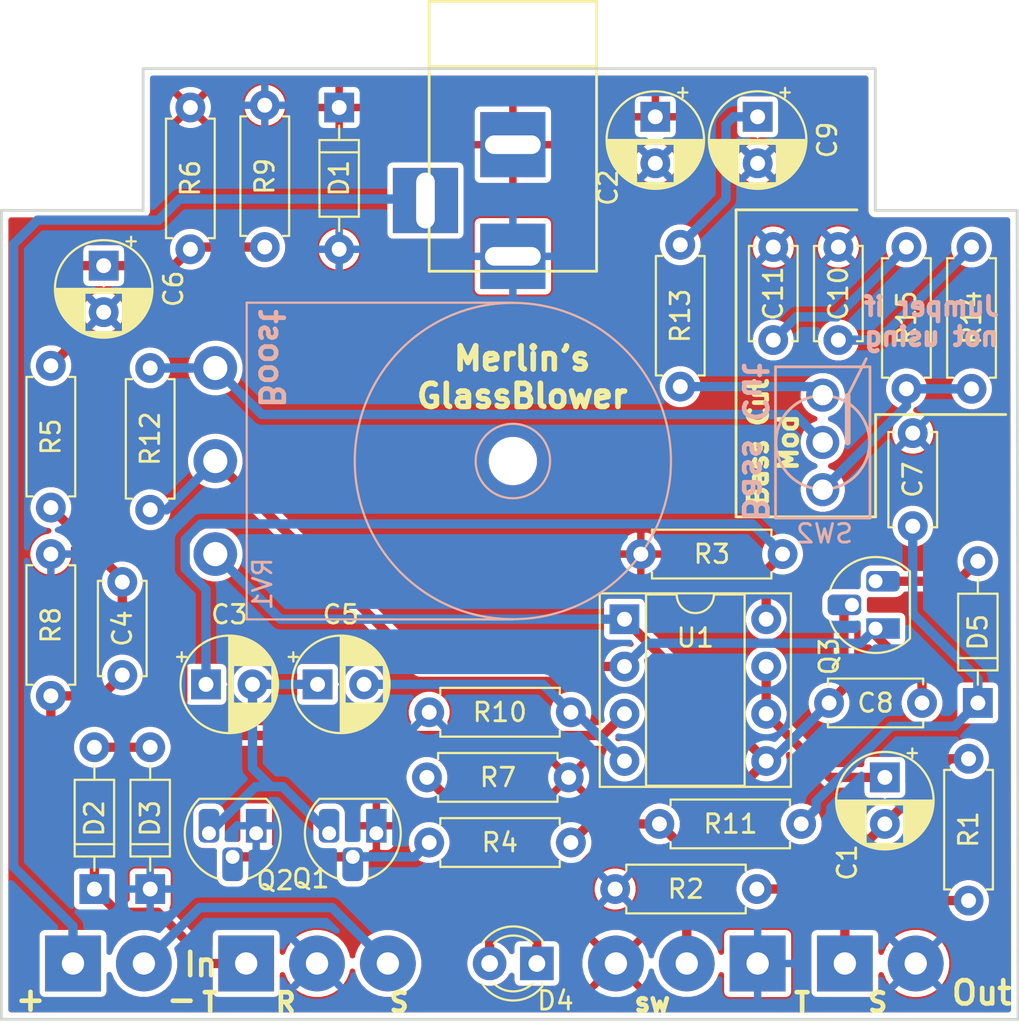
<source format=kicad_pcb>
(kicad_pcb (version 20171130) (host pcbnew "(5.1.5-0-10_14)")
  (layers (0 F.Cu signal) (31 B.Cu signal) (34 B.Paste user) (35 F.Paste user) (36 B.SilkS user) (37 F.SilkS user) (38 B.Mask user) (39 F.Mask user) (44 Edge.Cuts user))
  (net 0 "")
  (net 1 GND)
  (net 2 "Net-(C8-Pad2)")
  (net 3 "Net-(D4-Pad2)")
  (net 4 "Net-(BT1-Pad2)")
  (net 5 "Net-(BT1-Pad1)")
  (net 6 "Net-(C2-Pad1)")
  (net 7 "Net-(C3-Pad1)")
  (net 8 "Net-(C4-Pad1)")
  (net 9 "Net-(C4-Pad2)")
  (net 10 "Net-(D4-Pad1)")
  (net 11 "Net-(D5-Pad2)")
  (net 12 "Net-(C3-Pad2)")
  (net 13 "Net-(C7-Pad1)")
  (net 14 "Net-(C8-Pad1)")
  (net 15 "Net-(C1-Pad1)")
  (net 16 "Net-(C1-Pad2)")
  (net 17 "Net-(C5-Pad2)")
  (net 18 "Net-(C6-Pad1)")
  (net 19 "Net-(C9-Pad1)")
  (net 20 "Net-(C10-Pad1)")
  (net 21 "Net-(C11-Pad1)")
  (net 22 "Net-(D2-Pad2)")
  (net 23 "Net-(Q1-Pad2)")
  (net 24 "Net-(R12-Pad1)")
  (net 25 "Net-(R13-Pad1)")
  (net 26 "Net-(R14-Pad2)")
  (net 27 "Net-(J2-PadT)")
  (module Package_DIP:DIP-8_W7.62mm_Socket (layer F.Cu) (at 150.34 74)
    (fp_text reference U1 (at 3.81 1) (layer F.SilkS))
    (fp_text value TL072)
    (pad 1 thru_hole rect (at 0 0) (size 1.6 1.6) (drill 0.8) (layers *.Cu *.Mask) (net 14 "Net-(C8-Pad1)"))
    (pad 5 thru_hole oval (at 7.62 7.62) (size 1.6 1.6) (drill 0.8) (layers *.Cu *.Mask) (net 14 "Net-(C8-Pad1)"))
    (pad 2 thru_hole oval (at 0 2.54) (size 1.6 1.6) (drill 0.8) (layers *.Cu *.Mask) (net 2 "Net-(C8-Pad2)"))
    (pad 6 thru_hole oval (at 7.62 5.08) (size 1.6 1.6) (drill 0.8) (layers *.Cu *.Mask) (net 15 "Net-(C1-Pad1)"))
    (pad 3 thru_hole oval (at 0 5.08) (size 1.6 1.6) (drill 0.8) (layers *.Cu *.Mask) (net 9 "Net-(C4-Pad2)"))
    (pad 7 thru_hole oval (at 7.62 2.54) (size 1.6 1.6) (drill 0.8) (layers *.Cu *.Mask) (net 15 "Net-(C1-Pad1)"))
    (pad 4 thru_hole oval (at 0 7.62) (size 1.6 1.6) (drill 0.8) (layers *.Cu *.Mask) (net 17 "Net-(C5-Pad2)"))
    (pad 8 thru_hole oval (at 7.62 0) (size 1.6 1.6) (drill 0.8) (layers *.Cu *.Mask) (net 7 "Net-(C3-Pad1)"))
  )
  (module Capacitor_THT:CP_Radial_D5.0mm_P2.50mm (layer F.Cu) (at 164.34 82.5 270)
    (fp_text reference C1 (at 4.572 2.024 270) (layer F.SilkS))
    (fp_text value 10u)
    (pad 1 thru_hole rect (at 0 0 270) (size 1.6 1.6) (drill 0.8) (layers *.Cu *.Mask) (net 15 "Net-(C1-Pad1)"))
    (pad 2 thru_hole circle (at 2.5 0 270) (size 1.6 1.6) (drill 0.8) (layers *.Cu *.Mask) (net 16 "Net-(C1-Pad2)"))
  )
  (module BurstGen:C_Disc_D5.0mm_W2.5mm_P5.00mm-TC (layer F.Cu) (at 123.34 77 90)
    (fp_text reference C4 (at 2.5 0 90) (layer F.SilkS))
    (fp_text value 100n)
    (pad 1 thru_hole circle (at 0 0 90) (size 1.6 1.6) (drill 0.8) (layers *.Cu *.Mask) (net 8 "Net-(C4-Pad1)"))
    (pad 2 thru_hole circle (at 5 0 90) (size 1.6 1.6) (drill 0.8) (layers *.Cu *.Mask) (net 9 "Net-(C4-Pad2)"))
  )
  (module BurstGen:Potentiometer_PCB_rightangle (layer B.Cu) (at 144.34 65.5)
    (fp_text reference RV1 (at -13.46 6.604 90) (layer B.SilkS) (effects (justify mirror)))
    (fp_text value 47k)
    (pad "" np_thru_hole circle (at 0 0) (size 2 2) (drill 2) (layers *.Cu *.Mask))
    (pad 1 thru_hole circle (at -16 -5) (size 2.34 2.34) (drill 1.3) (layers *.Cu *.Mask) (net 24 "Net-(R12-Pad1)"))
    (pad 2 thru_hole circle (at -16 0) (size 2.34 2.34) (drill 1.3) (layers *.Cu *.Mask) (net 2 "Net-(C8-Pad2)"))
    (pad 3 thru_hole circle (at -16 5) (size 2.34 2.34) (drill 1.3) (layers *.Cu *.Mask) (net 14 "Net-(C8-Pad1)"))
  )
  (module Connector_Wire:SolderWirePad_1x02_P3.81mm_Drill1.2mm (layer F.Cu) (at 120.69 92.5)
    (fp_text reference BT1 hide)
    (fp_text value Battery_Cell)
    (pad 2 thru_hole circle (at 3.81 0) (size 2.99974 2.99974) (drill 1.19888) (layers *.Cu *.Mask) (net 4 "Net-(BT1-Pad2)"))
    (pad 1 thru_hole rect (at 0 0) (size 2.99974 2.99974) (drill 1.19888) (layers *.Cu *.Mask) (net 5 "Net-(BT1-Pad1)"))
  )
  (module Package_TO_SOT_THT:TO-92_HandSolder (layer F.Cu) (at 137 85.5 180)
    (fp_text reference Q1 (at 3.526 -2.44 180) (layer F.SilkS))
    (fp_text value BC337)
    (pad 2 thru_hole roundrect (at 1.27 -1.27 180) (size 1.1 1.8) (drill 0.75 (offset 0 -0.4)) (layers *.Cu *.Mask) (net 23 "Net-(Q1-Pad2)"))
    (pad 3 thru_hole roundrect (at 2.54 0 180) (size 1.1 1.8) (drill 0.75 (offset 0 0.4)) (layers *.Cu *.Mask) (net 12 "Net-(C3-Pad2)"))
    (pad 1 thru_hole rect (at 0 0 180) (size 1.1 1.8) (drill 0.75 (offset 0 0.4)) (layers *.Cu *.Mask) (net 6 "Net-(C2-Pad1)"))
  )
  (module BurstGen:R_Axial_DIN0207_L6.3mm_D2.5mm_P7.62mm_Horizontal (layer F.Cu) (at 158.84 70.5 180)
    (fp_text reference R3 (at 3.8 0 180) (layer F.SilkS))
    (fp_text value 220r)
    (pad 1 thru_hole circle (at 0 0 180) (size 1.6 1.6) (drill 0.8) (layers *.Cu *.Mask) (net 7 "Net-(C3-Pad1)"))
    (pad 2 thru_hole oval (at 7.62 0 180) (size 1.6 1.6) (drill 0.8) (layers *.Cu *.Mask) (net 6 "Net-(C2-Pad1)"))
  )
  (module Connectors:BARREL_JACK (layer F.Cu) (at 144.34 48.29986 270)
    (fp_text reference J1 hide)
    (fp_text value Jack-DC)
    (pad 1 thru_hole rect (at 6.20014 0 270) (size 3.50012 3.50012) (drill oval 1.00076 2.99974) (layers *.Cu *.Mask) (net 1 GND))
    (pad 2 thru_hole rect (at 0.20066 0 270) (size 3.50012 3.50012) (drill oval 1.00076 2.99974) (layers *.Cu *.Mask) (net 6 "Net-(C2-Pad1)"))
    (pad 3 thru_hole rect (at 3.2004 4.699 270) (size 3.50012 3.50012) (drill oval 2.99974 1.00076) (layers *.Cu *.Mask) (net 5 "Net-(BT1-Pad1)"))
  )
  (module BurstGen:R_Axial_DIN0207_L6.3mm_D2.5mm_P7.62mm_Horizontal (layer F.Cu) (at 149.84 88.5)
    (fp_text reference R2 (at 3.8 0) (layer F.SilkS))
    (fp_text value 100k)
    (pad 1 thru_hole circle (at 0 0) (size 1.6 1.6) (drill 0.8) (layers *.Cu *.Mask) (net 1 GND))
    (pad 2 thru_hole oval (at 7.62 0) (size 1.6 1.6) (drill 0.8) (layers *.Cu *.Mask) (net 16 "Net-(C1-Pad2)"))
  )
  (module BurstGen:R_Axial_DIN0207_L6.3mm_D2.5mm_P7.62mm_Horizontal (layer F.Cu) (at 119.5 68 90)
    (fp_text reference R5 (at 3.8 0 90) (layer F.SilkS))
    (fp_text value 1Meg)
    (pad 1 thru_hole circle (at 0 0 90) (size 1.6 1.6) (drill 0.8) (layers *.Cu *.Mask) (net 9 "Net-(C4-Pad2)"))
    (pad 2 thru_hole oval (at 7.62 0 90) (size 1.6 1.6) (drill 0.8) (layers *.Cu *.Mask) (net 18 "Net-(C6-Pad1)"))
  )
  (module BurstGen:D_DO-35_SOD27_P7.62mm_Horizontal (layer F.Cu) (at 135 46.5 270)
    (fp_text reference D1 (at 3.8 0 270) (layer F.SilkS))
    (fp_text value 1N4001)
    (pad 1 thru_hole rect (at 0 0 270) (size 1.6 1.6) (drill 0.8) (layers *.Cu *.Mask) (net 6 "Net-(C2-Pad1)"))
    (pad 2 thru_hole oval (at 7.62 0 270) (size 1.6 1.6) (drill 0.8) (layers *.Cu *.Mask) (net 1 GND))
  )
  (module BurstGen:D_DO-35_SOD27_P7.62mm_Horizontal (layer F.Cu) (at 169.34 78.5 90)
    (fp_text reference D5 (at 3.8 0 90) (layer F.SilkS))
    (fp_text value 1N4148)
    (pad 2 thru_hole oval (at 7.62 0 90) (size 1.6 1.6) (drill 0.8) (layers *.Cu *.Mask) (net 11 "Net-(D5-Pad2)"))
    (pad 1 thru_hole rect (at 0 0 90) (size 1.6 1.6) (drill 0.8) (layers *.Cu *.Mask) (net 13 "Net-(C7-Pad1)"))
  )
  (module BurstGen:R_Axial_DIN0207_L6.3mm_D2.5mm_P7.62mm_Horizontal (layer F.Cu) (at 168.84 81.5 270)
    (fp_text reference R1 (at 3.8 0 270) (layer F.SilkS))
    (fp_text value 100r)
    (pad 2 thru_hole oval (at 7.62 0 270) (size 1.6 1.6) (drill 0.8) (layers *.Cu *.Mask) (net 27 "Net-(J2-PadT)"))
    (pad 1 thru_hole circle (at 0 0 270) (size 1.6 1.6) (drill 0.8) (layers *.Cu *.Mask) (net 16 "Net-(C1-Pad2)"))
  )
  (module BurstGen:R_Axial_DIN0207_L6.3mm_D2.5mm_P7.62mm_Horizontal (layer F.Cu) (at 147.34 82.5 180)
    (fp_text reference R7 (at 3.8 0 180) (layer F.SilkS))
    (fp_text value 1k)
    (pad 2 thru_hole oval (at 7.62 0 180) (size 1.6 1.6) (drill 0.8) (layers *.Cu *.Mask) (net 3 "Net-(D4-Pad2)"))
    (pad 1 thru_hole circle (at 0 0 180) (size 1.6 1.6) (drill 0.8) (layers *.Cu *.Mask) (net 6 "Net-(C2-Pad1)"))
  )
  (module BurstGen:R_Axial_DIN0207_L6.3mm_D2.5mm_P7.62mm_Horizontal (layer F.Cu) (at 119.5 78.12 90)
    (fp_text reference R8 (at 3.8 0 90) (layer F.SilkS))
    (fp_text value 10M)
    (pad 1 thru_hole circle (at 0 0 90) (size 1.6 1.6) (drill 0.8) (layers *.Cu *.Mask) (net 8 "Net-(C4-Pad1)"))
    (pad 2 thru_hole oval (at 7.62 0 90) (size 1.6 1.6) (drill 0.8) (layers *.Cu *.Mask) (net 1 GND))
  )
  (module BurstGen:R_Axial_DIN0207_L6.3mm_D2.5mm_P7.62mm_Horizontal (layer F.Cu) (at 131 54 90)
    (fp_text reference R9 (at 3.8 0 90) (layer F.SilkS))
    (fp_text value 27k)
    (pad 1 thru_hole circle (at 0 0 90) (size 1.6 1.6) (drill 0.8) (layers *.Cu *.Mask) (net 18 "Net-(C6-Pad1)"))
    (pad 2 thru_hole oval (at 7.62 0 90) (size 1.6 1.6) (drill 0.8) (layers *.Cu *.Mask) (net 1 GND))
  )
  (module BurstGen:R_Axial_DIN0207_L6.3mm_D2.5mm_P7.62mm_Horizontal (layer F.Cu) (at 139.84 79)
    (fp_text reference R10 (at 3.8 0) (layer F.SilkS))
    (fp_text value 220r)
    (pad 2 thru_hole oval (at 7.62 0) (size 1.6 1.6) (drill 0.8) (layers *.Cu *.Mask) (net 17 "Net-(C5-Pad2)"))
    (pad 1 thru_hole circle (at 0 0) (size 1.6 1.6) (drill 0.8) (layers *.Cu *.Mask) (net 1 GND))
  )
  (module BurstGen:R_Axial_DIN0207_L6.3mm_D2.5mm_P7.62mm_Horizontal (layer F.Cu) (at 159.84 85 180)
    (fp_text reference R11 (at 3.8 0 180) (layer F.SilkS))
    (fp_text value 100k)
    (pad 2 thru_hole oval (at 7.62 0 180) (size 1.6 1.6) (drill 0.8) (layers *.Cu *.Mask) (net 10 "Net-(D4-Pad1)"))
    (pad 1 thru_hole circle (at 0 0 180) (size 1.6 1.6) (drill 0.8) (layers *.Cu *.Mask) (net 13 "Net-(C7-Pad1)"))
  )
  (module BurstGen:R_Axial_DIN0207_L6.3mm_D2.5mm_P7.62mm_Horizontal (layer F.Cu) (at 169 54 270)
    (fp_text reference R14 (at 3.8 0 270) (layer F.SilkS))
    (fp_text value 4.7k)
    (pad 1 thru_hole circle (at 0 0 270) (size 1.6 1.6) (drill 0.8) (layers *.Cu *.Mask) (net 20 "Net-(C10-Pad1)"))
    (pad 2 thru_hole oval (at 7.62 0 270) (size 1.6 1.6) (drill 0.8) (layers *.Cu *.Mask) (net 26 "Net-(R14-Pad2)"))
  )
  (module BurstGen:R_Axial_DIN0207_L6.3mm_D2.5mm_P7.62mm_Horizontal (layer F.Cu) (at 165.5 54 270)
    (fp_text reference R15 (at 3.8 0 270) (layer F.SilkS))
    (fp_text value 4.7k)
    (pad 2 thru_hole oval (at 7.62 0 270) (size 1.6 1.6) (drill 0.8) (layers *.Cu *.Mask) (net 26 "Net-(R14-Pad2)"))
    (pad 1 thru_hole circle (at 0 0 270) (size 1.6 1.6) (drill 0.8) (layers *.Cu *.Mask) (net 21 "Net-(C11-Pad1)"))
  )
  (module Package_TO_SOT_THT:TO-92_HandSolder (layer F.Cu) (at 130.54 85.5 180)
    (fp_text reference Q2 (at -1.016 -2.54 180) (layer F.SilkS))
    (fp_text value BC327)
    (pad 1 thru_hole rect (at 0 0 180) (size 1.1 1.8) (drill 0.75 (offset 0 0.4)) (layers *.Cu *.Mask) (net 1 GND))
    (pad 3 thru_hole roundrect (at 2.54 0 180) (size 1.1 1.8) (drill 0.75 (offset 0 0.4)) (layers *.Cu *.Mask) (net 12 "Net-(C3-Pad2)"))
    (pad 2 thru_hole roundrect (at 1.27 -1.27 180) (size 1.1 1.8) (drill 0.75 (offset 0 -0.4)) (layers *.Cu *.Mask) (net 23 "Net-(Q1-Pad2)"))
  )
  (module Capacitor_THT:CP_Radial_D5.0mm_P2.50mm (layer F.Cu) (at 152 47 270)
    (fp_text reference C2 (at 3.81 2.54 270) (layer F.SilkS))
    (fp_text value 10u)
    (pad 2 thru_hole circle (at 2.5 0 270) (size 1.6 1.6) (drill 0.8) (layers *.Cu *.Mask) (net 1 GND))
    (pad 1 thru_hole rect (at 0 0 270) (size 1.6 1.6) (drill 0.8) (layers *.Cu *.Mask) (net 6 "Net-(C2-Pad1)"))
  )
  (module Capacitor_THT:CP_Radial_D5.0mm_P2.50mm (layer F.Cu) (at 133.84 77.5)
    (fp_text reference C5 (at 1.25 -3.75) (layer F.SilkS))
    (fp_text value 100u)
    (pad 1 thru_hole rect (at 0 0) (size 1.6 1.6) (drill 0.8) (layers *.Cu *.Mask) (net 12 "Net-(C3-Pad2)"))
    (pad 2 thru_hole circle (at 2.5 0) (size 1.6 1.6) (drill 0.8) (layers *.Cu *.Mask) (net 17 "Net-(C5-Pad2)"))
  )
  (module BurstGen:R_Axial_DIN0207_L6.3mm_D2.5mm_P7.62mm_Horizontal (layer F.Cu) (at 127 46.5 270)
    (fp_text reference R6 (at 3.8 0 270) (layer F.SilkS))
    (fp_text value 22k)
    (pad 1 thru_hole circle (at 0 0 270) (size 1.6 1.6) (drill 0.8) (layers *.Cu *.Mask) (net 6 "Net-(C2-Pad1)"))
    (pad 2 thru_hole oval (at 7.62 0 270) (size 1.6 1.6) (drill 0.8) (layers *.Cu *.Mask) (net 18 "Net-(C6-Pad1)"))
  )
  (module BurstGen:R_Axial_DIN0207_L6.3mm_D2.5mm_P7.62mm_Horizontal (layer F.Cu) (at 139.84 86)
    (fp_text reference R4 (at 3.8 0) (layer F.SilkS))
    (fp_text value 20k)
    (pad 1 thru_hole circle (at 0 0) (size 1.6 1.6) (drill 0.8) (layers *.Cu *.Mask) (net 23 "Net-(Q1-Pad2)"))
    (pad 2 thru_hole oval (at 7.62 0) (size 1.6 1.6) (drill 0.8) (layers *.Cu *.Mask) (net 14 "Net-(C8-Pad1)"))
  )
  (module BurstGen:R_Axial_DIN0207_L6.3mm_D2.5mm_P7.62mm_Horizontal (layer F.Cu) (at 153.34 61.5 90)
    (fp_text reference R13 (at 3.8 0 90) (layer F.SilkS))
    (fp_text value 2.2k)
    (pad 1 thru_hole circle (at 0 0 90) (size 1.6 1.6) (drill 0.8) (layers *.Cu *.Mask) (net 25 "Net-(R13-Pad1)"))
    (pad 2 thru_hole oval (at 7.62 0 90) (size 1.6 1.6) (drill 0.8) (layers *.Cu *.Mask) (net 19 "Net-(C9-Pad1)"))
  )
  (module Capacitor_THT:CP_Radial_D5.0mm_P2.50mm (layer F.Cu) (at 127.84 77.5)
    (fp_text reference C3 (at 1.25 -3.75) (layer F.SilkS))
    (fp_text value 100u)
    (pad 2 thru_hole circle (at 2.5 0) (size 1.6 1.6) (drill 0.8) (layers *.Cu *.Mask) (net 12 "Net-(C3-Pad2)"))
    (pad 1 thru_hole rect (at 0 0) (size 1.6 1.6) (drill 0.8) (layers *.Cu *.Mask) (net 7 "Net-(C3-Pad1)"))
  )
  (module Capacitor_THT:CP_Radial_D5.0mm_P2.50mm (layer F.Cu) (at 122.34 55 270)
    (fp_text reference C6 (at 1.25 -3.75 270) (layer F.SilkS))
    (fp_text value 10u)
    (pad 1 thru_hole rect (at 0 0 270) (size 1.6 1.6) (drill 0.8) (layers *.Cu *.Mask) (net 18 "Net-(C6-Pad1)"))
    (pad 2 thru_hole circle (at 2.5 0 270) (size 1.6 1.6) (drill 0.8) (layers *.Cu *.Mask) (net 1 GND))
  )
  (module BurstGen:C_Disc_D5.0mm_W2.5mm_P5.00mm-TC (layer F.Cu) (at 165.84 69 90)
    (fp_text reference C7 (at 2.5 0 90) (layer F.SilkS))
    (fp_text value 100n)
    (pad 1 thru_hole circle (at 0 0 90) (size 1.6 1.6) (drill 0.8) (layers *.Cu *.Mask) (net 13 "Net-(C7-Pad1)"))
    (pad 2 thru_hole circle (at 5 0 90) (size 1.6 1.6) (drill 0.8) (layers *.Cu *.Mask) (net 1 GND))
  )
  (module BurstGen:C_Disc_D5.0mm_W2.5mm_P5.00mm-TC (layer F.Cu) (at 161.34 78.5)
    (fp_text reference C8 (at 2.5 0) (layer F.SilkS))
    (fp_text value 100p)
    (pad 2 thru_hole circle (at 5 0) (size 1.6 1.6) (drill 0.8) (layers *.Cu *.Mask) (net 2 "Net-(C8-Pad2)"))
    (pad 1 thru_hole circle (at 0 0) (size 1.6 1.6) (drill 0.8) (layers *.Cu *.Mask) (net 14 "Net-(C8-Pad1)"))
  )
  (module Capacitor_THT:CP_Radial_D5.0mm_P2.50mm (layer F.Cu) (at 157.5 47 270)
    (fp_text reference C9 (at 1.25 -3.75 270) (layer F.SilkS))
    (fp_text value 10u)
    (pad 1 thru_hole rect (at 0 0 270) (size 1.6 1.6) (drill 0.8) (layers *.Cu *.Mask) (net 19 "Net-(C9-Pad1)"))
    (pad 2 thru_hole circle (at 2.5 0 270) (size 1.6 1.6) (drill 0.8) (layers *.Cu *.Mask) (net 1 GND))
  )
  (module BurstGen:C_Disc_D5.0mm_W2.5mm_P5.00mm-TC (layer F.Cu) (at 161.84 59 90)
    (fp_text reference C10 (at 2.5 0 90) (layer F.SilkS))
    (fp_text value 470n)
    (pad 1 thru_hole circle (at 0 0 90) (size 1.6 1.6) (drill 0.8) (layers *.Cu *.Mask) (net 20 "Net-(C10-Pad1)"))
    (pad 2 thru_hole circle (at 5 0 90) (size 1.6 1.6) (drill 0.8) (layers *.Cu *.Mask) (net 1 GND))
  )
  (module BurstGen:C_Disc_D5.0mm_W2.5mm_P5.00mm-TC (layer F.Cu) (at 158.34 59 90)
    (fp_text reference C11 (at 2.5 0 90) (layer F.SilkS))
    (fp_text value 22n)
    (pad 2 thru_hole circle (at 5 0 90) (size 1.6 1.6) (drill 0.8) (layers *.Cu *.Mask) (net 1 GND))
    (pad 1 thru_hole circle (at 0 0 90) (size 1.6 1.6) (drill 0.8) (layers *.Cu *.Mask) (net 21 "Net-(C11-Pad1)"))
  )
  (module BurstGen:D_DO-35_SOD27_P7.62mm_Horizontal (layer F.Cu) (at 121.84 88.5 90)
    (fp_text reference D2 (at 3.8 0 90) (layer F.SilkS))
    (fp_text value 4.7V)
    (pad 1 thru_hole rect (at 0 0 90) (size 1.6 1.6) (drill 0.8) (layers *.Cu *.Mask) (net 8 "Net-(C4-Pad1)"))
    (pad 2 thru_hole oval (at 7.62 0 90) (size 1.6 1.6) (drill 0.8) (layers *.Cu *.Mask) (net 22 "Net-(D2-Pad2)"))
  )
  (module BurstGen:D_DO-35_SOD27_P7.62mm_Horizontal (layer F.Cu) (at 124.84 88.5 90)
    (fp_text reference D3 (at 3.8 0 270) (layer F.SilkS))
    (fp_text value 4.7V)
    (pad 2 thru_hole oval (at 7.62 0 90) (size 1.6 1.6) (drill 0.8) (layers *.Cu *.Mask) (net 22 "Net-(D2-Pad2)"))
    (pad 1 thru_hole rect (at 0 0 90) (size 1.6 1.6) (drill 0.8) (layers *.Cu *.Mask) (net 1 GND))
  )
  (module LED_THT:LED_D3.0mm (layer F.Cu) (at 145.63 92.5 180)
    (fp_text reference D4 (at -1 -2 180) (layer F.SilkS))
    (fp_text value LED)
    (pad 1 thru_hole rect (at 0 0 180) (size 1.8 1.8) (drill 0.9) (layers *.Cu *.Mask) (net 10 "Net-(D4-Pad1)"))
    (pad 2 thru_hole circle (at 2.54 0 180) (size 1.8 1.8) (drill 0.9) (layers *.Cu *.Mask) (net 3 "Net-(D4-Pad2)"))
  )
  (module Connector_Wire:SolderWirePad_1x02_P3.81mm_Drill1.2mm (layer F.Cu) (at 162.19 92.5)
    (fp_text reference J2 hide)
    (fp_text value AudioJack2)
    (pad T thru_hole rect (at 0 0) (size 2.99974 2.99974) (drill 1.19888) (layers *.Cu *.Mask) (net 27 "Net-(J2-PadT)"))
    (pad S thru_hole circle (at 3.81 0) (size 2.99974 2.99974) (drill 1.19888) (layers *.Cu *.Mask) (net 1 GND))
  )
  (module Connector_Wire:SolderWirePad_1x03_P3.81mm_Drill1.2mm (layer F.Cu) (at 130 92.5)
    (fp_text reference J3 hide)
    (fp_text value AudioJack2_Ground)
    (pad T thru_hole rect (at 0 0) (size 2.99974 2.99974) (drill 1.19888) (layers *.Cu *.Mask) (net 8 "Net-(C4-Pad1)"))
    (pad G thru_hole circle (at 3.81 0) (size 2.99974 2.99974) (drill 1.19888) (layers *.Cu *.Mask) (net 1 GND))
    (pad S thru_hole circle (at 7.62 0) (size 2.99974 2.99974) (drill 1.19888) (layers *.Cu *.Mask) (net 4 "Net-(BT1-Pad2)"))
  )
  (module Package_TO_SOT_THT:TO-92_HandSolder (layer F.Cu) (at 163.84 74.5 90)
    (fp_text reference Q3 (at -1.5 -2.5 90) (layer F.SilkS))
    (fp_text value J112)
    (pad 2 thru_hole roundrect (at 1.27 -1.27 90) (size 1.1 1.8) (drill 0.75 (offset 0 -0.4)) (layers *.Cu *.Mask) (net 14 "Net-(C8-Pad1)"))
    (pad 3 thru_hole roundrect (at 2.54 0 90) (size 1.1 1.8) (drill 0.75 (offset 0 0.4)) (layers *.Cu *.Mask) (net 11 "Net-(D5-Pad2)"))
    (pad 1 thru_hole rect (at 0 0 90) (size 1.1 1.8) (drill 0.75 (offset 0 0.4)) (layers *.Cu *.Mask) (net 2 "Net-(C8-Pad2)"))
  )
  (module BurstGen:R_Axial_DIN0207_L6.3mm_D2.5mm_P7.62mm_Horizontal (layer F.Cu) (at 124.84 60.5 270)
    (fp_text reference R12 (at 3.8 0 270) (layer F.SilkS))
    (fp_text value 4.7k)
    (pad 1 thru_hole circle (at 0 0 270) (size 1.6 1.6) (drill 0.8) (layers *.Cu *.Mask) (net 24 "Net-(R12-Pad1)"))
    (pad 2 thru_hole oval (at 7.62 0 270) (size 1.6 1.6) (drill 0.8) (layers *.Cu *.Mask) (net 2 "Net-(C8-Pad2)"))
  )
  (module Connector_Wire:SolderWirePad_1x03_P3.81mm_Drill1.2mm (layer F.Cu) (at 157.5 92.5 180)
    (fp_text reference SW1 hide)
    (fp_text value SW_SPDT)
    (pad 3 thru_hole circle (at 7.62 0 180) (size 2.99974 2.99974) (drill 1.19888) (layers *.Cu *.Mask) (net 6 "Net-(C2-Pad1)"))
    (pad 2 thru_hole circle (at 3.81 0 180) (size 2.99974 2.99974) (drill 1.19888) (layers *.Cu *.Mask) (net 10 "Net-(D4-Pad1)"))
    (pad 1 thru_hole rect (at 0 0 180) (size 2.99974 2.99974) (drill 1.19888) (layers *.Cu *.Mask) (net 1 GND))
  )
  (module BurstGen:SW_SubMicro_SPST (layer B.Cu) (at 161 64.5 90)
    (fp_text reference SW2 (at -4.9 0.1) (layer B.SilkS) (effects (justify mirror)))
    (fp_text value SW_SPDT)
    (pad 1 thru_hole circle (at -2.54 0 90) (size 1.778 1.778) (drill 1.0922) (layers *.Cu *.Mask) (net 26 "Net-(R14-Pad2)"))
    (pad 2 thru_hole circle (at 0 0 90) (size 1.778 1.778) (drill 1.0922) (layers *.Cu *.Mask) (net 24 "Net-(R12-Pad1)"))
    (pad 3 thru_hole circle (at 2.54 0 90) (size 1.778 1.778) (drill 1.0922) (layers *.Cu *.Mask) (net 25 "Net-(R13-Pad1)"))
  )
  (gr_line (start 162.34 62) (end 162.34 64.5) (layer F.SilkS) (width 0.3))
  (gr_line (start 162.34 62) (end 163.34 60) (layer B.SilkS) (width 0.15))
  (gr_text "Jumper if\nnot using" (at 166.84 58) (layer B.SilkS) (effects (font (size 1 1) (thickness 0.25)) (justify mirror)))
  (gr_line (start 162.34 62) (end 162.34 64.5) (layer B.SilkS) (width 0.3))
  (gr_line (start 163.84 63) (end 170.84 63) (layer F.SilkS) (width 0.15))
  (gr_line (start 163.84 68.5) (end 163.84 63) (layer F.SilkS) (width 0.15))
  (gr_line (start 156.34 68.5) (end 163.84 68.5) (layer F.SilkS) (width 0.15))
  (gr_line (start 156.34 52) (end 156.34 68.5) (layer F.SilkS) (width 0.15))
  (gr_line (start 162.84 52) (end 156.34 52) (layer F.SilkS) (width 0.15))
  (gr_text "Bass Cut\nMod" (at 158.34 64.5 90) (layer F.SilkS) (effects (font (size 1 1) (thickness 0.25))))
  (gr_text "Bass Cut" (at 157.34 64.5 270) (layer B.SilkS) (effects (font (size 1.25 1.25) (thickness 0.25)) (justify mirror)))
  (gr_text Boost (at 131.34 60 270) (layer B.SilkS) (effects (font (size 1.25 1.25) (thickness 0.25)) (justify mirror)))
  (gr_text sw (at 151.836 94.592) (layer F.SilkS) (effects (font (size 1 1) (thickness 0.25))))
  (gr_text S (at 163.956 94.592) (layer F.SilkS) (effects (font (size 1 1) (thickness 0.25))))
  (gr_text T (at 159.892 94.592) (layer F.SilkS) (effects (font (size 1 1) (thickness 0.25))))
  (gr_text T (at 128.064 94.592) (layer F.SilkS) (effects (font (size 1 1) (thickness 0.25))))
  (gr_text "Merlin’s\nGlassBlower" (at 144.84 61) (layer F.SilkS) (effects (font (size 1.25 1.25) (thickness 0.3))))
  (gr_text - (at 126.532 94.592 180) (layer F.SilkS) (effects (font (size 1.25 1.25) (thickness 0.25))))
  (gr_text + (at 118.404 94.592 180) (layer F.SilkS) (effects (font (size 1.25 1.25) (thickness 0.25))))
  (gr_text Out (at 169.544 94.084) (layer F.SilkS) (effects (font (size 1.25 1.25) (thickness 0.25))))
  (gr_text S (at 138.224 94.592) (layer F.SilkS) (effects (font (size 1 1) (thickness 0.25))))
  (gr_text R (at 132.128 94.592) (layer F.SilkS) (effects (font (size 1 1) (thickness 0.25))))
  (gr_text In (at 127.556 92.56) (layer F.SilkS) (effects (font (size 1.25 1.25) (thickness 0.25))))
  (gr_line (start 171.45 52.03) (end 171.5 95.5) (angle 90) (layer Edge.Cuts) (width 0.15))
  (gr_line (start 163.83 52.03) (end 171.45 52.03) (angle 90) (layer Edge.Cuts) (width 0.15))
  (gr_line (start 163.83 44.41) (end 163.83 52.03) (angle 90) (layer Edge.Cuts) (width 0.15))
  (gr_line (start 124.46 44.41) (end 163.83 44.41) (angle 90) (layer Edge.Cuts) (width 0.15))
  (gr_line (start 124.46 52.03) (end 124.46 44.41) (angle 90) (layer Edge.Cuts) (width 0.15))
  (gr_line (start 116.84 52.03) (end 124.46 52.03) (angle 90) (layer Edge.Cuts) (width 0.15))
  (gr_line (start 116.84 95.5) (end 116.84 52.03) (angle 90) (layer Edge.Cuts) (width 0.15))
  (gr_line (start 171.5 95.5) (end 116.84 95.5) (angle 90) (layer Edge.Cuts) (width 0.15))
  (segment (start 163.84 74.86863) (end 163.84 74.5) (width 0.5) (layer F.Cu) (net 2))
  (segment (start 166.34 77.36863) (end 163.84 74.86863) (width 0.5) (layer F.Cu) (net 2))
  (segment (start 166.34 78.5) (end 166.34 77.36863) (width 0.5) (layer F.Cu) (net 2))
  (segment (start 163.050001 75.289999) (end 163.84 74.5) (width 0.5) (layer B.Cu) (net 2))
  (segment (start 151.590001 75.289999) (end 163.050001 75.289999) (width 0.5) (layer B.Cu) (net 2))
  (segment (start 150.34 76.54) (end 151.590001 75.289999) (width 0.5) (layer B.Cu) (net 2))
  (segment (start 125.72 68.12) (end 128.34 65.5) (width 0.5) (layer B.Cu) (net 2))
  (segment (start 124.84 68.12) (end 125.72 68.12) (width 0.5) (layer B.Cu) (net 2))
  (segment (start 139.38 76.54) (end 150.34 76.54) (width 0.5) (layer F.Cu) (net 2))
  (segment (start 128.34 65.5) (end 139.38 76.54) (width 0.5) (layer F.Cu) (net 2))
  (segment (start 143.09 85.87) (end 139.72 82.5) (width 0.5) (layer F.Cu) (net 3))
  (segment (start 143.09 92.5) (end 143.09 85.87) (width 0.5) (layer F.Cu) (net 3))
  (segment (start 136.120131 91.000131) (end 137.62 92.5) (width 0.5) (layer B.Cu) (net 4))
  (segment (start 127.5 89.5) (end 134.62 89.5) (width 0.5) (layer B.Cu) (net 4))
  (segment (start 134.62 89.5) (end 136.120131 91.000131) (width 0.5) (layer B.Cu) (net 4))
  (segment (start 124.5 92.5) (end 127.5 89.5) (width 0.5) (layer B.Cu) (net 4))
  (segment (start 120.69 90.50013) (end 120.69 92.5) (width 0.5) (layer B.Cu) (net 5))
  (segment (start 117.5 87.31013) (end 120.69 90.50013) (width 0.5) (layer B.Cu) (net 5))
  (segment (start 125.28499 52.55501) (end 118.78499 52.55501) (width 0.5) (layer B.Cu) (net 5))
  (segment (start 117.5 53.84) (end 117.5 87.31013) (width 0.5) (layer B.Cu) (net 5))
  (segment (start 118.78499 52.55501) (end 117.5 53.84) (width 0.5) (layer B.Cu) (net 5))
  (segment (start 126.4196 51.4204) (end 125.28499 52.55501) (width 0.5) (layer B.Cu) (net 5))
  (segment (start 139.446 51.4204) (end 126.4196 51.4204) (width 0.5) (layer B.Cu) (net 5))
  (segment (start 157.96 71.38) (end 158.84 70.5) (width 0.5) (layer F.Cu) (net 7))
  (segment (start 157.96 74) (end 157.96 71.38) (width 0.5) (layer F.Cu) (net 7))
  (segment (start 157.219999 68.879999) (end 158.040001 69.700001) (width 0.5) (layer B.Cu) (net 7))
  (segment (start 126.719999 71.277601) (end 126.719999 69.722399) (width 0.5) (layer B.Cu) (net 7))
  (segment (start 127.562399 68.879999) (end 157.219999 68.879999) (width 0.5) (layer B.Cu) (net 7))
  (segment (start 126.719999 69.722399) (end 127.562399 68.879999) (width 0.5) (layer B.Cu) (net 7))
  (segment (start 127.84 72.397602) (end 126.719999 71.277601) (width 0.5) (layer B.Cu) (net 7))
  (segment (start 158.040001 69.700001) (end 158.84 70.5) (width 0.5) (layer B.Cu) (net 7))
  (segment (start 127.84 77.5) (end 127.84 72.397602) (width 0.5) (layer B.Cu) (net 7))
  (segment (start 122.22 78.12) (end 123.34 77) (width 0.5) (layer F.Cu) (net 8))
  (segment (start 119.5 78.12) (end 122.22 78.12) (width 0.5) (layer F.Cu) (net 8))
  (segment (start 119.5 79.25137) (end 119.5 78.12) (width 0.5) (layer F.Cu) (net 8))
  (segment (start 119.5 84.86) (end 119.5 79.25137) (width 0.5) (layer F.Cu) (net 8))
  (segment (start 121.84 87.2) (end 119.5 84.86) (width 0.5) (layer F.Cu) (net 8))
  (segment (start 121.84 88.5) (end 121.84 87.2) (width 0.5) (layer F.Cu) (net 8))
  (segment (start 128.00013 92.5) (end 130 92.5) (width 0.5) (layer F.Cu) (net 8))
  (segment (start 125.250131 89.750001) (end 128.00013 92.5) (width 0.5) (layer F.Cu) (net 8))
  (segment (start 123.090001 89.750001) (end 125.250131 89.750001) (width 0.5) (layer F.Cu) (net 8))
  (segment (start 121.84 88.5) (end 123.090001 89.750001) (width 0.5) (layer F.Cu) (net 8))
  (segment (start 123.34 71.84) (end 123.34 72) (width 0.5) (layer F.Cu) (net 9))
  (segment (start 119.5 68) (end 123.34 71.84) (width 0.5) (layer F.Cu) (net 9))
  (segment (start 149.540001 79.879999) (end 150.34 79.08) (width 0.5) (layer F.Cu) (net 9))
  (segment (start 149.169999 80.250001) (end 149.540001 79.879999) (width 0.5) (layer F.Cu) (net 9))
  (segment (start 123.34 72) (end 123.34 73.13137) (width 0.5) (layer F.Cu) (net 9))
  (segment (start 126.589999 76.381369) (end 126.589999 78.660001) (width 0.5) (layer F.Cu) (net 9))
  (segment (start 126.589999 78.660001) (end 128.179999 80.250001) (width 0.5) (layer F.Cu) (net 9))
  (segment (start 128.179999 80.250001) (end 149.169999 80.250001) (width 0.5) (layer F.Cu) (net 9))
  (segment (start 123.34 73.13137) (end 126.589999 76.381369) (width 0.5) (layer F.Cu) (net 9))
  (segment (start 153.69 86.47) (end 152.22 85) (width 0.5) (layer F.Cu) (net 10))
  (segment (start 153.69 92.5) (end 153.69 86.47) (width 0.5) (layer F.Cu) (net 10))
  (segment (start 145.63 89.680002) (end 150.310002 85) (width 0.5) (layer F.Cu) (net 10))
  (segment (start 151.08863 85) (end 152.22 85) (width 0.5) (layer F.Cu) (net 10))
  (segment (start 150.310002 85) (end 151.08863 85) (width 0.5) (layer F.Cu) (net 10))
  (segment (start 145.63 92.5) (end 145.63 89.680002) (width 0.5) (layer F.Cu) (net 10))
  (segment (start 168.26 71.96) (end 169.34 70.88) (width 0.5) (layer F.Cu) (net 11))
  (segment (start 163.84 71.96) (end 168.26 71.96) (width 0.5) (layer F.Cu) (net 11))
  (segment (start 130.5 83) (end 128 85.5) (width 0.5) (layer B.Cu) (net 12))
  (segment (start 134.46 85.5) (end 131.96 83) (width 0.5) (layer B.Cu) (net 12))
  (segment (start 130.34 82) (end 131.34 83) (width 0.5) (layer B.Cu) (net 12))
  (segment (start 130.34 77.5) (end 130.34 82) (width 0.5) (layer B.Cu) (net 12))
  (segment (start 131.34 83) (end 130.5 83) (width 0.5) (layer B.Cu) (net 12))
  (segment (start 131.96 83) (end 131.34 83) (width 0.5) (layer B.Cu) (net 12))
  (segment (start 130.34 77.5) (end 133.84 77.5) (width 0.5) (layer B.Cu) (net 12))
  (segment (start 168.089999 79.750001) (end 169.34 78.5) (width 0.5) (layer B.Cu) (net 13))
  (segment (start 164.679997 79.750001) (end 168.089999 79.750001) (width 0.5) (layer B.Cu) (net 13))
  (segment (start 160.639999 84.200001) (end 160.639999 83.789999) (width 0.5) (layer B.Cu) (net 13))
  (segment (start 160.639999 83.789999) (end 164.679997 79.750001) (width 0.5) (layer B.Cu) (net 13))
  (segment (start 159.84 85) (end 160.639999 84.200001) (width 0.5) (layer B.Cu) (net 13))
  (segment (start 165.84 70.13137) (end 165.84 69) (width 0.5) (layer B.Cu) (net 13))
  (segment (start 165.84 73.7) (end 165.84 70.13137) (width 0.5) (layer B.Cu) (net 13))
  (segment (start 169.34 77.2) (end 165.84 73.7) (width 0.5) (layer B.Cu) (net 13))
  (segment (start 169.34 78.5) (end 169.34 77.2) (width 0.5) (layer B.Cu) (net 13))
  (segment (start 162.139999 73.660001) (end 162.57 73.23) (width 0.5) (layer F.Cu) (net 14))
  (segment (start 162.139999 77.700001) (end 162.139999 73.660001) (width 0.5) (layer F.Cu) (net 14))
  (segment (start 161.34 78.5) (end 162.139999 77.700001) (width 0.5) (layer F.Cu) (net 14))
  (segment (start 131.84 74) (end 150.34 74) (width 0.5) (layer B.Cu) (net 14))
  (segment (start 128.34 70.5) (end 131.84 74) (width 0.5) (layer B.Cu) (net 14))
  (segment (start 158.22 81.62) (end 161.34 78.5) (width 0.5) (layer B.Cu) (net 14))
  (segment (start 157.96 81.62) (end 158.22 81.62) (width 0.5) (layer B.Cu) (net 14))
  (segment (start 150.34 74) (end 157.96 81.62) (width 0.5) (layer F.Cu) (net 14))
  (segment (start 157.160001 82.419999) (end 157.96 81.62) (width 0.5) (layer F.Cu) (net 14))
  (segment (start 156.58 83) (end 157.160001 82.419999) (width 0.5) (layer F.Cu) (net 14))
  (segment (start 150.46 83) (end 156.58 83) (width 0.5) (layer F.Cu) (net 14))
  (segment (start 147.46 86) (end 150.46 83) (width 0.5) (layer F.Cu) (net 14))
  (segment (start 157.96 76.54) (end 157.96 79.08) (width 0.5) (layer F.Cu) (net 15))
  (segment (start 161.38 82.5) (end 164.34 82.5) (width 0.5) (layer F.Cu) (net 15))
  (segment (start 157.96 79.08) (end 161.38 82.5) (width 0.5) (layer F.Cu) (net 15))
  (segment (start 160.84 88.5) (end 164.34 85) (width 0.5) (layer F.Cu) (net 16))
  (segment (start 157.46 88.5) (end 160.84 88.5) (width 0.5) (layer F.Cu) (net 16))
  (segment (start 167.84 81.5) (end 168.84 81.5) (width 0.5) (layer F.Cu) (net 16))
  (segment (start 164.34 85) (end 167.84 81.5) (width 0.5) (layer F.Cu) (net 16))
  (segment (start 145.96 77.5) (end 147.46 79) (width 0.5) (layer B.Cu) (net 17))
  (segment (start 136.34 77.5) (end 145.96 77.5) (width 0.5) (layer B.Cu) (net 17))
  (segment (start 147.72 79) (end 150.34 81.62) (width 0.5) (layer B.Cu) (net 17))
  (segment (start 147.46 79) (end 147.72 79) (width 0.5) (layer B.Cu) (net 17))
  (segment (start 127.12 54) (end 127 54.12) (width 0.5) (layer F.Cu) (net 18))
  (segment (start 131 54) (end 127.12 54) (width 0.5) (layer F.Cu) (net 18))
  (segment (start 121.04 55) (end 122.34 55) (width 0.5) (layer F.Cu) (net 18))
  (segment (start 120.299999 59.580001) (end 120.299999 55.740001) (width 0.5) (layer F.Cu) (net 18))
  (segment (start 120.299999 55.740001) (end 121.04 55) (width 0.5) (layer F.Cu) (net 18))
  (segment (start 119.5 60.38) (end 120.299999 59.580001) (width 0.5) (layer F.Cu) (net 18))
  (segment (start 126.12 55) (end 127 54.12) (width 0.5) (layer F.Cu) (net 18))
  (segment (start 122.34 55) (end 126.12 55) (width 0.5) (layer F.Cu) (net 18))
  (segment (start 156.2 47) (end 157.5 47) (width 0.5) (layer B.Cu) (net 19))
  (segment (start 155.799999 47.400001) (end 156.2 47) (width 0.5) (layer B.Cu) (net 19))
  (segment (start 155.799999 51.420001) (end 155.799999 47.400001) (width 0.5) (layer B.Cu) (net 19))
  (segment (start 153.34 53.88) (end 155.799999 51.420001) (width 0.5) (layer B.Cu) (net 19))
  (segment (start 164 59) (end 169 54) (width 0.5) (layer B.Cu) (net 20))
  (segment (start 161.84 59) (end 164 59) (width 0.5) (layer B.Cu) (net 20))
  (segment (start 164.700001 54.799999) (end 165.5 54) (width 0.5) (layer B.Cu) (net 21))
  (segment (start 159.590001 57.749999) (end 161.750001 57.749999) (width 0.5) (layer B.Cu) (net 21))
  (segment (start 161.750001 57.749999) (end 164.700001 54.799999) (width 0.5) (layer B.Cu) (net 21))
  (segment (start 158.34 59) (end 159.590001 57.749999) (width 0.5) (layer B.Cu) (net 21))
  (segment (start 121.84 80.88) (end 124.84 80.88) (width 0.5) (layer F.Cu) (net 22))
  (segment (start 139.07 86.77) (end 139.84 86) (width 0.5) (layer B.Cu) (net 23))
  (segment (start 135.73 86.77) (end 139.07 86.77) (width 0.5) (layer B.Cu) (net 23))
  (segment (start 129.27 86.77) (end 135.73 86.77) (width 0.5) (layer F.Cu) (net 23))
  (segment (start 124.84 60.5) (end 128.34 60.5) (width 0.5) (layer B.Cu) (net 24))
  (segment (start 159.5 63) (end 160.111001 63.611001) (width 0.5) (layer B.Cu) (net 24))
  (segment (start 160.111001 63.611001) (end 161 64.5) (width 0.5) (layer B.Cu) (net 24))
  (segment (start 130.84 63) (end 159.5 63) (width 0.5) (layer B.Cu) (net 24))
  (segment (start 128.34 60.5) (end 130.84 63) (width 0.5) (layer B.Cu) (net 24))
  (segment (start 160.54 61.5) (end 161 61.96) (width 0.5) (layer B.Cu) (net 25))
  (segment (start 153.34 61.5) (end 160.54 61.5) (width 0.5) (layer B.Cu) (net 25))
  (segment (start 165.5 62.54) (end 165.5 61.62) (width 0.5) (layer B.Cu) (net 26))
  (segment (start 161 67.04) (end 165.5 62.54) (width 0.5) (layer B.Cu) (net 26))
  (segment (start 165.5 61.62) (end 169 61.62) (width 0.5) (layer B.Cu) (net 26))
  (segment (start 167.70863 89.12) (end 168.84 89.12) (width 0.5) (layer F.Cu) (net 27))
  (segment (start 163.57013 89.12) (end 167.70863 89.12) (width 0.5) (layer F.Cu) (net 27))
  (segment (start 162.19 90.50013) (end 163.57013 89.12) (width 0.5) (layer F.Cu) (net 27))
  (segment (start 162.19 92.5) (end 162.19 90.50013) (width 0.5) (layer F.Cu) (net 27))
  (zone (net 6) (net_name "Net-(C2-Pad1)") (layer F.Cu) (connect_pads (clearance 0.3)) (min_thickness 0.3) (fill yes (arc_segments 16) (thermal_gap 0.4) (thermal_bridge_width 0.4))
    (polygon (pts (xy 163.83 52.03) (xy 171.45 52.03) (xy 171.45 95.5) (xy 116.84 95.5) (xy 116.84 52.03) (xy 124.46 52.03) (xy 124.46 44.41) (xy 163.83 44.41)))
  )
  (zone (net 1) (net_name GND) (layer B.Cu) (connect_pads (clearance 0.3)) (min_thickness 0.3) (fill yes (arc_segments 16) (thermal_gap 0.4) (thermal_bridge_width 0.4))
    (polygon (pts (xy 163.83 52.03) (xy 171.45 52.03) (xy 171.45 95.5) (xy 116.84 95.5) (xy 116.84 52.03) (xy 124.46 52.03) (xy 124.46 44.41) (xy 163.83 44.41)))
  )
)
</source>
